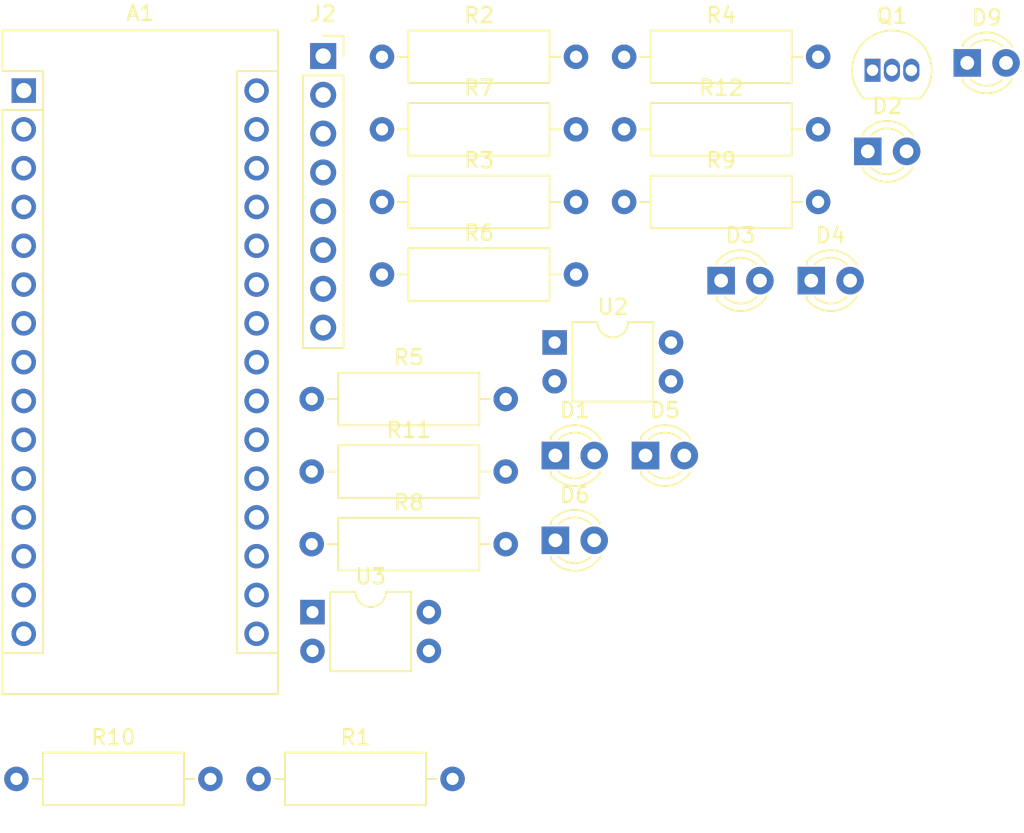
<source format=kicad_pcb>
(kicad_pcb (version 20211014) (generator pcbnew)
  (layers (0 "F.Cu" signal) (31 "B.Cu" signal) (34 "B.Paste" user) (35 "F.Paste" user) (36 "B.SilkS" user "B.Silkscreen") (37 "F.SilkS" user "F.Silkscreen") (38 "B.Mask" user) (39 "F.Mask" user) (44 "Edge.Cuts" user))
  (net 0 "")
  (net 4 "GND")
  (net 13 "/BlinkLeft")
  (net 14 "/BlinkRight")
  (net 15 "/SignalLeft")
  (net 16 "/SignalRight")
  (net 25 "Net-(A1-Pad27)")
  (net 31 "/SDA")
  (net 32 "/SCL")
  (net 34 "/LightControl")
  (net 35 "/AliveLed")
  (net 36 "/LedBlinkGnd")
  (net 37 "Net-(D1-Pad2)")
  (net 38 "Net-(D2-Pad2)")
  (net 39 "Net-(D3-Pad2)")
  (net 40 "Net-(D4-Pad2)")
  (net 41 "Net-(D5-Pad2)")
  (net 42 "Net-(D6-Pad2)")
  (net 43 "Net-(D9-Pad2)")
  (net 44 "+5V")
  (net 45 "Net-(Q1-Pad2)")
  (net 46 "Net-(R11-Pad1)")
  (net 47 "Net-(R1-Pad1)")
  (net 48 "Net-(R2-Pad1)")
  (net 49 "Net-(D7-Pad2)")
  (net 50 "-BATT")
  (footprint "Package_DIP:DIP-4_W7.62mm" (layer "F.Cu") (at 145.9 90.02)
    (fp_text reference "U3" (at 3.81 -2.33) (layer "F.SilkS"))
    (fp_text value "PC817")
    (fp_line (start 6.46 3.87) (end 6.46 -1.33) (layer "F.SilkS") (width 0.12))
    (fp_line (start 6.46 -1.33) (end 4.81 -1.33) (layer "F.SilkS") (width 0.12))
    (fp_line (start 1.16 -1.33) (end 1.16 3.87) (layer "F.SilkS") (width 0.12))
    (fp_line (start 1.16 3.87) (end 6.46 3.87) (layer "F.SilkS") (width 0.12))
    (fp_line (start 2.81 -1.33) (end 1.16 -1.33) (layer "F.SilkS") (width 0.12))
    (fp_arc (start 4.81 -1.33) (mid 3.81 -0.33) (end 2.81 -1.33) (layer "F.SilkS") (width 0.12))
    (pad "1" thru_hole rect (at 0 0) (size 1.6 1.6) (drill 0.8) (layers *.Cu *.Mask) (net 48 "Net-(R2-Pad1)"))
    (pad "2" thru_hole oval (at 0 2.54) (size 1.6 1.6) (drill 0.8) (layers *.Cu *.Mask) (net 50 "-BATT"))
    (pad "3" thru_hole oval (at 7.62 2.54) (size 1.6 1.6) (drill 0.8) (layers *.Cu *.Mask) (net 4 "GND"))
    (pad "4" thru_hole oval (at 7.62 0) (size 1.6 1.6) (drill 0.8) (layers *.Cu *.Mask) (net 15 "/SignalLeft"))
  )
  (footprint "LED_THT:LED_D3.0mm" (layer "F.Cu") (at 178.55 68.32)
    (fp_text reference "D4" (at 1.27 -2.96) (layer "F.SilkS"))
    (fp_text value "LED")
    (fp_line (start -0.29 1.08) (end -0.29 1.236) (layer "F.SilkS") (width 0.12))
    (fp_line (start -0.29 -1.236) (end -0.29 -1.08) (layer "F.SilkS") (width 0.12))
    (fp_arc (start 2.31113 1.079837) (mid 1.270117 1.5) (end 0.229039 1.08) (layer "F.SilkS") (width 0.12))
    (fp_arc (start 2.942335 1.078608) (mid 1.366487 1.987659) (end -0.29 1.235516) (layer "F.SilkS") (width 0.12))
    (fp_arc (start -0.29 -1.235516) (mid 1.366487 -1.987659) (end 2.942335 -1.078608) (layer "F.SilkS") (width 0.12))
    (fp_arc (start 0.229039 -1.08) (mid 1.270117 -1.5) (end 2.31113 -1.079837) (layer "F.SilkS") (width 0.12))
    (pad "1" thru_hole rect (at 0 0) (size 1.8 1.8) (drill 0.9) (layers *.Cu *.Mask) (net 36 "/LedBlinkGnd"))
    (pad "2" thru_hole circle (at 2.54 0) (size 1.8 1.8) (drill 0.9) (layers *.Cu *.Mask) (net 40 "Net-(D4-Pad2)"))
  )
  (footprint "LED_THT:LED_D3.0mm" (layer "F.Cu") (at 167.7 79.77)
    (fp_text reference "D5" (at 1.27 -2.96) (layer "F.SilkS"))
    (fp_text value "LED")
    (fp_line (start -0.29 -1.236) (end -0.29 -1.08) (layer "F.SilkS") (width 0.12))
    (fp_line (start -0.29 1.08) (end -0.29 1.236) (layer "F.SilkS") (width 0.12))
    (fp_arc (start -0.29 -1.235516) (mid 1.366487 -1.987659) (end 2.942335 -1.078608) (layer "F.SilkS") (width 0.12))
    (fp_arc (start 2.31113 1.079837) (mid 1.270117 1.5) (end 0.229039 1.08) (layer "F.SilkS") (width 0.12))
    (fp_arc (start 2.942335 1.078608) (mid 1.366487 1.987659) (end -0.29 1.235516) (layer "F.SilkS") (width 0.12))
    (fp_arc (start 0.229039 -1.08) (mid 1.270117 -1.5) (end 2.31113 -1.079837) (layer "F.SilkS") (width 0.12))
    (pad "1" thru_hole rect (at 0 0) (size 1.8 1.8) (drill 0.9) (layers *.Cu *.Mask) (net 36 "/LedBlinkGnd"))
    (pad "2" thru_hole circle (at 2.54 0) (size 1.8 1.8) (drill 0.9) (layers *.Cu *.Mask) (net 41 "Net-(D5-Pad2)"))
  )
  (footprint "Resistor_THT:R_Axial_DIN0309_L9.0mm_D3.2mm_P12.70mm_Horizontal" (layer "F.Cu") (at 166.3 63.17)
    (fp_text reference "R9" (at 6.35 -2.72) (layer "F.SilkS"))
    (fp_text value "1K")
    (fp_line (start 1.73 1.72) (end 10.97 1.72) (layer "F.SilkS") (width 0.12))
    (fp_line (start 1.73 -1.72) (end 1.73 1.72) (layer "F.SilkS") (width 0.12))
    (fp_line (start 1.04 0) (end 1.73 0) (layer "F.SilkS") (width 0.12))
    (fp_line (start 10.97 1.72) (end 10.97 -1.72) (layer "F.SilkS") (width 0.12))
    (fp_line (start 10.97 -1.72) (end 1.73 -1.72) (layer "F.SilkS") (width 0.12))
    (fp_line (start 11.66 0) (end 10.97 0) (layer "F.SilkS") (width 0.12))
    (pad "1" thru_hole circle (at 0 0) (size 1.6 1.6) (drill 0.8) (layers *.Cu *.Mask) (net 16 "/SignalRight"))
    (pad "2" thru_hole oval (at 12.7 0) (size 1.6 1.6) (drill 0.8) (layers *.Cu *.Mask) (net 44 "+5V"))
  )
  (footprint "Resistor_THT:R_Axial_DIN0309_L9.0mm_D3.2mm_P12.70mm_Horizontal" (layer "F.Cu") (at 150.45 63.17)
    (fp_text reference "R3" (at 6.35 -2.72) (layer "F.SilkS"))
    (fp_text value "1K")
    (fp_line (start 1.73 1.72) (end 10.97 1.72) (layer "F.SilkS") (width 0.12))
    (fp_line (start 11.66 0) (end 10.97 0) (layer "F.SilkS") (width 0.12))
    (fp_line (start 10.97 -1.72) (end 1.73 -1.72) (layer "F.SilkS") (width 0.12))
    (fp_line (start 10.97 1.72) (end 10.97 -1.72) (layer "F.SilkS") (width 0.12))
    (fp_line (start 1.73 -1.72) (end 1.73 1.72) (layer "F.SilkS") (width 0.12))
    (fp_line (start 1.04 0) (end 1.73 0) (layer "F.SilkS") (width 0.12))
    (pad "1" thru_hole circle (at 0 0) (size 1.6 1.6) (drill 0.8) (layers *.Cu *.Mask) (net 37 "Net-(D1-Pad2)"))
    (pad "2" thru_hole oval (at 12.7 0) (size 1.6 1.6) (drill 0.8) (layers *.Cu *.Mask) (net 13 "/BlinkLeft"))
  )
  (footprint "Resistor_THT:R_Axial_DIN0309_L9.0mm_D3.2mm_P12.70mm_Horizontal" (layer "F.Cu") (at 142.37 100.94)
    (fp_text reference "R1" (at 6.35 -2.72) (layer "F.SilkS"))
    (fp_text value "1K")
    (fp_line (start 1.73 -1.72) (end 1.73 1.72) (layer "F.SilkS") (width 0.12))
    (fp_line (start 11.66 0) (end 10.97 0) (layer "F.SilkS") (width 0.12))
    (fp_line (start 10.97 1.72) (end 10.97 -1.72) (layer "F.SilkS") (width 0.12))
    (fp_line (start 1.04 0) (end 1.73 0) (layer "F.SilkS") (width 0.12))
    (fp_line (start 10.97 -1.72) (end 1.73 -1.72) (layer "F.SilkS") (width 0.12))
    (fp_line (start 1.73 1.72) (end 10.97 1.72) (layer "F.SilkS") (width 0.12))
    (pad "1" thru_hole circle (at 0 0) (size 1.6 1.6) (drill 0.8) (layers *.Cu *.Mask) (net 47 "Net-(R1-Pad1)"))
    (pad "2" thru_hole oval (at 12.7 0) (size 1.6 1.6) (drill 0.8) (layers *.Cu *.Mask) (net 14 "/BlinkRight"))
  )
  (footprint "Resistor_THT:R_Axial_DIN0309_L9.0mm_D3.2mm_P12.70mm_Horizontal" (layer "F.Cu") (at 145.85 85.57)
    (fp_text reference "R8" (at 6.35 -2.72) (layer "F.SilkS"))
    (fp_text value "1K")
    (fp_line (start 1.73 -1.72) (end 1.73 1.72) (layer "F.SilkS") (width 0.12))
    (fp_line (start 1.73 1.72) (end 10.97 1.72) (layer "F.SilkS") (width 0.12))
    (fp_line (start 11.66 0) (end 10.97 0) (layer "F.SilkS") (width 0.12))
    (fp_line (start 10.97 -1.72) (end 1.73 -1.72) (layer "F.SilkS") (width 0.12))
    (fp_line (start 1.04 0) (end 1.73 0) (layer "F.SilkS") (width 0.12))
    (fp_line (start 10.97 1.72) (end 10.97 -1.72) (layer "F.SilkS") (width 0.12))
    (pad "1" thru_hole circle (at 0 0) (size 1.6 1.6) (drill 0.8) (layers *.Cu *.Mask) (net 14 "/BlinkRight"))
    (pad "2" thru_hole oval (at 12.7 0) (size 1.6 1.6) (drill 0.8) (layers *.Cu *.Mask) (net 42 "Net-(D6-Pad2)"))
  )
  (footprint "Resistor_THT:R_Axial_DIN0309_L9.0mm_D3.2mm_P12.70mm_Horizontal" (layer "F.Cu") (at 126.52 100.94)
    (fp_text reference "R10" (at 6.35 -2.72) (layer "F.SilkS"))
    (fp_text value "1K")
    (fp_line (start 10.97 1.72) (end 10.97 -1.72) (layer "F.SilkS") (width 0.12))
    (fp_line (start 1.73 1.72) (end 10.97 1.72) (layer "F.SilkS") (width 0.12))
    (fp_line (start 1.04 0) (end 1.73 0) (layer "F.SilkS") (width 0.12))
    (fp_line (start 10.97 -1.72) (end 1.73 -1.72) (layer "F.SilkS") (width 0.12))
    (fp_line (start 1.73 -1.72) (end 1.73 1.72) (layer "F.SilkS") (width 0.12))
    (fp_line (start 11.66 0) (end 10.97 0) (layer "F.SilkS") (width 0.12))
    (pad "1" thru_hole circle (at 0 0) (size 1.6 1.6) (drill 0.8) (layers *.Cu *.Mask) (net 15 "/SignalLeft"))
    (pad "2" thru_hole oval (at 12.7 0) (size 1.6 1.6) (drill 0.8) (layers *.Cu *.Mask) (net 44 "+5V"))
  )
  (footprint "Package_DIP:DIP-4_W7.62mm" (layer "F.Cu") (at 161.75 72.37)
    (fp_text reference "U2" (at 3.81 -2.33) (layer "F.SilkS"))
    (fp_text value "PC817")
    (fp_line (start 1.16 3.87) (end 6.46 3.87) (layer "F.SilkS") (width 0.12))
    (fp_line (start 6.46 3.87) (end 6.46 -1.33) (layer "F.SilkS") (width 0.12))
    (fp_line (start 2.81 -1.33) (end 1.16 -1.33) (layer "F.SilkS") (width 0.12))
    (fp_line (start 1.16 -1.33) (end 1.16 3.87) (layer "F.SilkS") (width 0.12))
    (fp_line (start 6.46 -1.33) (end 4.81 -1.33) (layer "F.SilkS") (width 0.12))
    (fp_arc (start 4.81 -1.33) (mid 3.81 -0.33) (end 2.81 -1.33) (layer "F.SilkS") (width 0.12))
    (pad "1" thru_hole rect (at 0 0) (size 1.6 1.6) (drill 0.8) (layers *.Cu *.Mask) (net 47 "Net-(R1-Pad1)"))
    (pad "2" thru_hole oval (at 0 2.54) (size 1.6 1.6) (drill 0.8) (layers *.Cu *.Mask) (net 50 "-BATT"))
    (pad "3" thru_hole oval (at 7.62 2.54) (size 1.6 1.6) (drill 0.8) (layers *.Cu *.Mask) (net 4 "GND"))
    (pad "4" thru_hole oval (at 7.62 0) (size 1.6 1.6) (drill 0.8) (layers *.Cu *.Mask) (net 16 "/SignalRight"))
  )
  (footprint "LED_THT:LED_D3.0mm" (layer "F.Cu") (at 161.8 85.32)
    (fp_text reference "D6" (at 1.27 -2.96) (layer "F.SilkS"))
    (fp_text value "LED")
    (fp_line (start -0.29 -1.236) (end -0.29 -1.08) (layer "F.SilkS") (width 0.12))
    (fp_line (start -0.29 1.08) (end -0.29 1.236) (layer "F.SilkS") (width 0.12))
    (fp_arc (start 2.31113 1.079837) (mid 1.270117 1.5) (end 0.229039 1.08) (layer "F.SilkS") (width 0.12))
    (fp_arc (start 0.229039 -1.08) (mid 1.270117 -1.5) (end 2.31113 -1.079837) (layer "F.SilkS") (width 0.12))
    (fp_arc (start 2.942335 1.078608) (mid 1.366487 1.987659) (end -0.29 1.235516) (layer "F.SilkS") (width 0.12))
    (fp_arc (start -0.29 -1.235516) (mid 1.366487 -1.987659) (end 2.942335 -1.078608) (layer "F.SilkS") (width 0.12))
    (pad "1" thru_hole rect (at 0 0) (size 1.8 1.8) (drill 0.9) (layers *.Cu *.Mask) (net 36 "/LedBlinkGnd"))
    (pad "2" thru_hole circle (at 2.54 0) (size 1.8 1.8) (drill 0.9) (layers *.Cu *.Mask) (net 42 "Net-(D6-Pad2)"))
  )
  (footprint "LED_THT:LED_D3.0mm" (layer "F.Cu") (at 188.76 54.07)
    (fp_text reference "D9" (at 1.27 -2.96) (layer "F.SilkS"))
    (fp_text value "LED")
    (fp_line (start -0.29 1.08) (end -0.29 1.236) (layer "F.SilkS") (width 0.12))
    (fp_line (start -0.29 -1.236) (end -0.29 -1.08) (layer "F.SilkS") (width 0.12))
    (fp_arc (start 0.229039 -1.08) (mid 1.270117 -1.5) (end 2.31113 -1.079837) (layer "F.SilkS") (width 0.12))
    (fp_arc (start 2.942335 1.078608) (mid 1.366487 1.987659) (end -0.29 1.235516) (layer "F.SilkS") (width 0.12))
    (fp_arc (start 2.31113 1.079837) (mid 1.270117 1.5) (end 0.229039 1.08) (layer "F.SilkS") (width 0.12))
    (fp_arc (start -0.29 -1.235516) (mid 1.366487 -1.987659) (end 2.942335 -1.078608) (layer "F.SilkS") (width 0.12))
    (pad "1" thru_hole rect (at 0 0) (size 1.8 1.8) (drill 0.9) (layers *.Cu *.Mask) (net 4 "GND"))
    (pad "2" thru_hole circle (at 2.54 0) (size 1.8 1.8) (drill 0.9) (layers *.Cu *.Mask) (net 43 "Net-(D9-Pad2)"))
  )
  (footprint "Resistor_THT:R_Axial_DIN0309_L9.0mm_D3.2mm_P12.70mm_Horizontal" (layer "F.Cu") (at 166.3 53.67)
    (fp_text reference "R4" (at 6.35 -2.72) (layer "F.SilkS"))
    (fp_text value "1K")
    (fp_line (start 10.97 1.72) (end 10.97 -1.72) (layer "F.SilkS") (width 0.12))
    (fp_line (start 10.97 -1.72) (end 1.73 -1.72) (layer "F.SilkS") (width 0.12))
    (fp_line (start 1.73 1.72) (end 10.97 1.72) (layer "F.SilkS") (width 0.12))
    (fp_line (start 1.04 0) (end 1.73 0) (layer "F.SilkS") (width 0.12))
    (fp_line (start 11.66 0) (end 10.97 0) (layer "F.SilkS") (width 0.12))
    (fp_line (start 1.73 -1.72) (end 1.73 1.72) (layer "F.SilkS") (width 0.12))
    (pad "1" thru_hole circle (at 0 0) (size 1.6 1.6) (drill 0.8) (layers *.Cu *.Mask) (net 38 "Net-(D2-Pad2)"))
    (pad "2" thru_hole oval (at 12.7 0) (size 1.6 1.6) (drill 0.8) (layers *.Cu *.Mask) (net 13 "/BlinkLeft"))
  )
  (footprint "LED_THT:LED_D3.0mm" (layer "F.Cu") (at 172.65 68.32)
    (fp_text reference "D3" (at 1.27 -2.96) (layer "F.SilkS"))
    (fp_text value "LED")
    (fp_line (start -0.29 -1.236) (end -0.29 -1.08) (layer "F.SilkS") (width 0.12))
    (fp_line (start -0.29 1.08) (end -0.29 1.236) (layer "F.SilkS") (width 0.12))
    (fp_arc (start 0.229039 -1.08) (mid 1.270117 -1.5) (end 2.31113 -1.079837) (layer "F.SilkS") (width 0.12))
    (fp_arc (start -0.29 -1.235516) (mid 1.366487 -1.987659) (end 2.942335 -1.078608) (layer "F.SilkS") (width 0.12))
    (fp_arc (start 2.31113 1.079837) (mid 1.270117 1.5) (end 0.229039 1.08) (layer "F.SilkS") (width 0.12))
    (fp_arc (start 2.942335 1.078608) (mid 1.366487 1.987659) (end -0.29 1.235516) (layer "F.SilkS") (width 0.12))
    (pad "1" thru_hole rect (at 0 0) (size 1.8 1.8) (drill 0.9) (layers *.Cu *.Mask) (net 36 "/LedBlinkGnd"))
    (pad "2" thru_hole circle (at 2.54 0) (size 1.8 1.8) (drill 0.9) (layers *.Cu *.Mask) (net 39 "Net-(D3-Pad2)"))
  )
  (footprint "Connector_PinSocket_2.54mm:PinSocket_1x08_P2.54mm_Vertical" (layer "F.Cu") (at 146.6 53.62)
    (fp_text reference "J2" (at 0 -2.77) (layer "F.SilkS"))
    (fp_text value "MPU6050")
    (fp_line (start -1.33 1.27) (end -1.33 19.11) (layer "F.SilkS") (width 0.12))
    (fp_line (start -1.33 19.11) (end 1.33 19.11) (layer "F.SilkS") (width 0.12))
    (fp_line (start 1.33 -1.33) (end 1.33 0) (layer "F.SilkS") (width 0.12))
    (fp_line (start 0 -1.33) (end 1.33 -1.33) (layer "F.SilkS") (width 0.12))
    (fp_line (start -1.33 1.27) (end 1.33 1.27) (layer "F.SilkS") (width 0.12))
    (fp_line (start 1.33 1.27) (end 1.33 19.11) (layer "F.SilkS") (width 0.12))
    (pad "1" thru_hole rect (at 0 0) (size 1.7 1.7) (drill 1) (layers *.Cu *.Mask) (net 44 "+5V"))
    (pad "2" thru_hole oval (at 0 2.54) (size 1.7 1.7) (drill 1) (layers *.Cu *.Mask) (net 4 "GND"))
    (pad "3" thru_hole oval (at 0 5.08) (size 1.7 1.7) (drill 1) (layers *.Cu *.Mask) (net 32 "/SCL"))
    (pad "4" thru_hole oval (at 0 7.62) (size 1.7 1.7) (drill 1) (layers *.Cu *.Mask) (net 31 "/SDA"))
    (pad "5" thru_hole oval (at 0 10.16) (size 1.7 1.7) (drill 1) (layers *.Cu *.Mask))
    (pad "6" thru_hole oval (at 0 12.7) (size 1.7 1.7) (drill 1) (layers *.Cu *.Mask))
    (pad "7" thru_hole oval (at 0 15.24) (size 1.7 1.7) (drill 1) (layers *.Cu *.Mask))
    (pad "8" thru_hole oval (at 0 17.78) (size 1.7 1.7) (drill 1) (layers *.Cu *.Mask))
  )
  (footprint "Module:Arduino_Nano" (layer "F.Cu") (at 127 55.88)
    (fp_text reference "A1" (at 7.62 -5.08) (layer "F.SilkS"))
    (fp_text value "Arduino_Nano_v3.x")
    (fp_line (start -1.4 1.27) (end -1.4 39.5) (layer "F.SilkS") (width 0.12))
    (fp_line (start 13.97 -1.27) (end 13.97 36.83) (layer "F.SilkS") (width 0.12))
    (fp_line (start 1.27 -1.27) (end -1.4 -1.27) (layer "F.SilkS") (width 0.12))
    (fp_line (start 1.27 36.83) (end -1.4 36.83) (layer "F.SilkS") (width 0.12))
    (fp_line (start 1.27 1.27) (end -1.4 1.27) (layer "F.SilkS") (width 0.12))
    (fp_line (start -1.4 -3.94) (end -1.4 -1.27) (layer "F.SilkS") (width 0.12))
    (fp_line (start 1.27 1.27) (end 1.27 36.83) (layer "F.SilkS") (width 0.12))
    (fp_line (start 16.64 -3.94) (end -1.4 -3.94) (layer "F.SilkS") (width 0.12))
    (fp_line (start 16.64 39.5) (end 16.64 -3.94) (layer "F.SilkS") (width 0.12))
    (fp_line (start 1.27 1.27) (end 1.27 -1.27) (layer "F.SilkS") (width 0.12))
    (fp_line (start -1.4 39.5) (end 16.64 39.5) (layer "F.SilkS") (width 0.12))
    (fp_line (start 13.97 -1.27) (end 16.64 -1.27) (layer "F.SilkS") (width 0.12))
    (fp_line (start 13.97 36.83) (end 16.64 36.83) (layer "F.SilkS") (width 0.12))
    (pad "1" thru_hole rect (at 0 0) (size 1.6 1.6) (drill 1) (layers *.Cu *.Mask))
    (pad "2" thru_hole oval (at 0 2.54) (size 1.6 1.6) (drill 1) (layers *.Cu *.Mask))
    (pad "3" thru_hole oval (at 0 5.08) (size 1.6 1.6) (drill 1) (layers *.Cu *.Mask))
    (pad "4" thru_hole oval (at 0 7.62) (size 1.6 1.6) (drill 1) (layers *.Cu *.Mask) (net 4 "GND"))
    (pad "5" thru_hole oval (at 0 10.16) (size 1.6 1.6) (drill 1) (layers *.Cu *.Mask))
    (pad "6" thru_hole oval (at 0 12.7) (size 1.6 1.6) (drill 1) (layers *.Cu *.Mask))
    (pad "7" thru_hole oval (at 0 15.24) (size 1.6 1.6) (drill 1) (layers *.Cu *.Mask))
    (pad "8" thru_hole oval (at 0 17.78) (size 1.6 1.6) (drill 1) (layers *.Cu *.Mask))
    (pad "9" thru_hole oval (at 0 20.32) (size 1.6 1.6) (drill 1) (layers *.Cu *.Mask))
    (pad "10" thru_hole oval (at 0 22.86) (size 1.6 1.6) (drill 1) (layers *.Cu *.Mask))
    (pad "11" thru_hole oval (at 0 25.4) (size 1.6 1.6) (drill 1) (layers *.Cu *.Mask))
    (pad "12" thru_hole oval (at 0 27.94) (size 1.6 1.6) (drill 1) (layers *.Cu *.Mask) (net 35 "/AliveLed"))
    (pad "13" thru_hole oval (at 0 30.48) (size 1.6 1.6) (drill 1) (layers *.Cu *.Mask) (net 16 "/SignalRight"))
    (pad "14" thru_hole oval (at 0 33.02) (size 1.6 1.6) (drill 1) (layers *.Cu *.Mask) (net 15 "/SignalLeft"))
    (pad "15" thru_hole oval (at 0 35.56) (size 1.6 1.6) (drill 1) (layers *.Cu *.Mask) (net 34 "/LightControl"))
    (pad "16" thru_hole oval (at 15.24 35.56) (size 1.6 1.6) (drill 1) (layers *.Cu *.Mask))
    (pad "17" thru_hole oval (at 15.24 33.02) (size 1.6 1.6) (drill 1) (layers *.Cu *.Mask))
    (pad "18" thru_hole oval (at 15.24 30.48) (size 1.6 1.6) (drill 1) (layers *.Cu *.Mask))
    (pad "19" thru_hole oval (at 15.24 27.94) (size 1.6 1.6) (drill 1) (layers *.Cu *.Mask))
    (pad "20" thru_hole oval (at 15.24 25.4) (size 1.6 1.6) (drill 1) (layers *.Cu *.Mask))
    (pad "21" thru_hole oval (at 15.24 22.86) (size 1.6 1.6) (drill 1) (layers *.Cu *.Mask))
    (pad "22" thru_hole oval (at 15.24 20.32) (size 1.6 1.6) (drill 1) (layers *.Cu *.Mask))
    (pad "23" thru_hole oval (at 15.24 17.78) (size 1.6 1.6) (drill 1) (layers *.Cu *.Mask) (net 31 "/SDA"))
    (pad "24" thru_hole oval (at 15.24 15.24) (size 1.6 1.6) (drill 1) (layers *.Cu *.Mask) (net 32 "/SCL"))
    (pad "25" thru_hole oval (at 15.24 12.7) (size 1.6 1.6) (drill 1) (layers *.Cu *.Mask))
    (pad "26" thru_hole oval (at 15.24 10.16) (size 1.6 1.6) (drill 1) (layers *.Cu *.Mask))
    (pad "27" thru_hole oval (at 15.24 7.62) (size 1.6 1.6) (drill 1) (layers *.Cu *.Mask) (net 25 "Net-(A1-Pad27)"))
    (pad "28" thru_hole oval (at 15.24 5.08) (size 1.6 1.6) (drill 1) (layers *.Cu *.Mask))
    (pad "29" thru_hole oval (at 15.24 2.54) (size 1.6 1.6) (drill 1) (layers *.Cu *.Mask) (net 4 "GND"))
    (pad "30" thru_hole oval (at 15.24 0) (size 1.6 1.6) (drill 1) (layers *.Cu *.Mask))
  )
  (footprint "Resistor_THT:R_Axial_DIN0309_L9.0mm_D3.2mm_P12.70mm_Horizontal" (layer "F.Cu") (at 150.45 67.92)
    (fp_text reference "R6" (at 6.35 -2.72) (layer "F.SilkS"))
    (fp_text value "1K")
    (fp_line (start 11.66 0) (end 10.97 0) (layer "F.SilkS") (width 0.12))
    (fp_line (start 10.97 -1.72) (end 1.73 -1.72) (layer "F.SilkS") (width 0.12))
    (fp_line (start 1.73 1.72) (end 10.97 1.72) (layer "F.SilkS") (width 0.12))
    (fp_line (start 1.73 -1.72) (end 1.73 1.72) (layer "F.SilkS") (width 0.12))
    (fp_line (start 1.04 0) (end 1.73 0) (layer "F.SilkS") (width 0.12))
    (fp_line (start 10.97 1.72) (end 10.97 -1.72) (layer "F.SilkS") (width 0.12))
    (pad "1" thru_hole circle (at 0 0) (size 1.6 1.6) (drill 0.8) (layers *.Cu *.Mask) (net 14 "/BlinkRight"))
    (pad "2" thru_hole oval (at 12.7 0) (size 1.6 1.6) (drill 0.8) (layers *.Cu *.Mask) (net 40 "Net-(D4-Pad2)"))
  )
  (footprint "LED_THT:LED_D3.0mm" (layer "F.Cu") (at 182.25 59.86)
    (fp_text reference "D2" (at 1.27 -2.96) (layer "F.SilkS"))
    (fp_text value "LED")
    (fp_line (start -0.29 1.08) (end -0.29 1.236) (layer "F.SilkS") (width 0.12))
    (fp_line (start -0.29 -1.236) (end -0.29 -1.08) (layer "F.SilkS") (width 0.12))
    (fp_arc (start 2.31113 1.079837) (mid 1.270117 1.5) (end 0.229039 1.08) (layer "F.SilkS") (width 0.12))
    (fp_arc (start 2.942335 1.078608) (mid 1.366487 1.987659) (end -0.29 1.235516) (layer "F.SilkS") (width 0.12))
    (fp_arc (start -0.29 -1.235516) (mid 1.366487 -1.987659) (end 2.942335 -1.078608) (layer "F.SilkS") (width 0.12))
    (fp_arc (start 0.229039 -1.08) (mid 1.270117 -1.5) (end 2.31113 -1.079837) (layer "F.SilkS") (width 0.12))
    (pad "1" thru_hole rect (at 0 0) (size 1.8 1.8) (drill 0.9) (layers *.Cu *.Mask) (net 36 "/LedBlinkGnd"))
    (pad "2" thru_hole circle (at 2.54 0) (size 1.8 1.8) (drill 0.9) (layers *.Cu *.Mask) (net 38 "Net-(D2-Pad2)"))
  )
  (footprint "Resistor_THT:R_Axial_DIN0309_L9.0mm_D3.2mm_P12.70mm_Horizontal" (layer "F.Cu") (at 145.85 76.07)
    (fp_text reference "R5" (at 6.35 -2.72) (layer "F.SilkS"))
    (fp_text value "1K")
    (fp_line (start 11.66 0) (end 10.97 0) (layer "F.SilkS") (width 0.12))
    (fp_line (start 1.73 1.72) (end 10.97 1.72) (layer "F.SilkS") (width 0.12))
    (fp_line (start 10.97 1.72) (end 10.97 -1.72) (layer "F.SilkS") (width 0.12))
    (fp_line (start 1.73 -1.72) (end 1.73 1.72) (layer "F.SilkS") (width 0.12))
    (fp_line (start 1.04 0) (end 1.73 0) (layer "F.SilkS") (width 0.12))
    (fp_line (start 10.97 -1.72) (end 1.73 -1.72) (layer "F.SilkS") (width 0.12))
    (pad "1" thru_hole circle (at 0 0) (size 1.6 1.6) (drill 0.8) (layers *.Cu *.Mask) (net 39 "Net-(D3-Pad2)"))
    (pad "2" thru_hole oval (at 12.7 0) (size 1.6 1.6) (drill 0.8) (layers *.Cu *.Mask) (net 13 "/BlinkLeft"))
  )
  (footprint "Resistor_THT:R_Axial_DIN0309_L9.0mm_D3.2mm_P12.70mm_Horizontal" (layer "F.Cu") (at 150.45 53.67)
    (fp_text reference "R2" (at 6.35 -2.72) (layer "F.SilkS"))
    (fp_text value "1K")
    (fp_line (start 1.04 0) (end 1.73 0) (layer "F.SilkS") (width 0.12))
    (fp_line (start 10.97 -1.72) (end 1.73 -1.72) (layer "F.SilkS") (width 0.12))
    (fp_line (start 1.73 1.72) (end 10.97 1.72) (layer "F.SilkS") (width 0.12))
    (fp_line (start 11.66 0) (end 10.97 0) (layer "F.SilkS") (width 0.12))
    (fp_line (start 1.73 -1.72) (end 1.73 1.72) (layer "F.SilkS") (width 0.12))
    (fp_line (start 10.97 1.72) (end 10.97 -1.72) (layer "F.SilkS") (width 0.12))
    (pad "1" thru_hole circle (at 0 0) (size 1.6 1.6) (drill 0.8) (layers *.Cu *.Mask) (net 48 "Net-(R2-Pad1)"))
    (pad "2" thru_hole oval (at 12.7 0) (size 1.6 1.6) (drill 0.8) (layers *.Cu *.Mask) (net 13 "/BlinkLeft"))
  )
  (footprint "Resistor_THT:R_Axial_DIN0309_L9.0mm_D3.2mm_P12.70mm_Horizontal" (layer "F.Cu") (at 150.45 58.42)
    (fp_text reference "R7" (at 6.35 -2.72) (layer "F.SilkS"))
    (fp_text value "1K")
    (fp_line (start 10.97 1.72) (end 10.97 -1.72) (layer "F.SilkS") (width 0.12))
    (fp_line (start 1.04 0) (end 1.73 0) (layer "F.SilkS") (width 0.12))
    (fp_line (start 1.73 1.72) (end 10.97 1.72) (layer "F.SilkS") (width 0.12))
    (fp_line (start 1.73 -1.72) (end 1.73 1.72) (layer "F.SilkS") (width 0.12))
    (fp_line (start 11.66 0) (end 10.97 0) (layer "F.SilkS") (width 0.12))
    (fp_line (start 10.97 -1.72) (end 1.73 -1.72) (layer "F.SilkS") (width 0.12))
    (pad "1" thru_hole circle (at 0 0) (size 1.6 1.6) (drill 0.8) (layers *.Cu *.Mask) (net 14 "/BlinkRight"))
    (pad "2" thru_hole oval (at 12.7 0) (size 1.6 1.6) (drill 0.8) (layers *.Cu *.Mask) (net 41 "Net-(D5-Pad2)"))
  )
  (footprint "Package_TO_SOT_THT:TO-92_Inline" (layer "F.Cu") (at 182.56 54.55)
    (fp_text reference "Q1" (at 1.27 -3.56) (layer "F.SilkS"))
    (fp_text value "2SC1815")
    (fp_line (start -0.53 1.85) (end 3.07 1.85) (layer "F.SilkS") (width 0.12))
    (fp_arc (start 1.27 -2.6) (mid 3.672087 -0.994977) (end 3.108478 1.838478) (layer "F.SilkS") (width 0.12))
    (fp_arc (start -0.568478 1.838478) (mid -1.132087 -0.994977) (end 1.27 -2.6) (layer "F.SilkS") (width 0.12))
    (pad "1" thru_hole rect (at 0 0) (size 1.05 1.5) (drill 0.75) (layers *.Cu *.Mask) (net 4 "GND"))
    (pad "2" thru_hole oval (at 1.27 0) (size 1.05 1.5) (drill 0.75) (layers *.Cu *.Mask) (net 45 "Net-(Q1-Pad2)"))
    (pad "3" thru_hole oval (at 2.54 0) (size 1.05 1.5) (drill 0.75) (layers *.Cu *.Mask) (net 46 "Net-(R11-Pad1)"))
  )
  (footprint "Resistor_THT:R_Axial_DIN0309_L9.0mm_D3.2mm_P12.70mm_Horizontal" (layer "F.Cu") (at 145.85 80.82)
    (fp_text reference "R11" (at 6.35 -2.72) (layer "F.SilkS"))
    (fp_text value "10K")
    (fp_line (start 10.97 -1.72) (end 1.73 -1.72) (layer "F.SilkS") (width 0.12))
    (fp_line (start 10.97 1.72) (end 10.97 -1.72) (layer "F.SilkS") (width 0.12))
    (fp_line (start 11.66 0) (end 10.97 0) (layer "F.SilkS") (width 0.12))
    (fp_line (start 1.04 0) (end 1.73 0) (layer "F.SilkS") (width 0.12))
    (fp_line (start 1.73 1.72) (end 10.97 1.72) (layer "F.SilkS") (width 0.12))
    (fp_line (start 1.73 -1.72) (end 1.73 1.72) (layer "F.SilkS") (width 0.12))
    (pad "1" thru_hole circle (at 0 0) (size 1.6 1.6) (drill 0.8) (layers *.Cu *.Mask) (net 46 "Net-(R11-Pad1)"))
    (pad "2" thru_hole oval (at 12.7 0) (size 1.6 1.6) (drill 0.8) (layers *.Cu *.Mask) (net 49 "Net-(D7-Pad2)"))
  )
  (footprint "LED_THT:LED_D3.0mm" (layer "F.Cu") (at 161.8 79.77)
    (fp_text reference "D1" (at 1.27 -2.96) (layer "F.SilkS"))
    (fp_text value "LED")
    (fp_line (start -0.29 1.08) (end -0.29 1.236) (layer "F.SilkS") (width 0.12))
    (fp_line (start -0.29 -1.236) (end -0.29 -1.08) (layer "F.SilkS") (width 0.12))
    (fp_arc (start -0.29 -1.235516) (mid 1.366487 -1.987659) (end 2.942335 -1.078608) (layer "F.SilkS") (width 0.12))
    (fp_arc (start 2.942335 1.078608) (mid 1.366487 1.987659) (end -0.29 1.235516) (layer "F.SilkS") (width 0.12))
    (fp_arc (start 2.31113 1.079837) (mid 1.270117 1.5) (end 0.229039 1.08) (layer "F.SilkS") (width 0.12))
    (fp_arc (start 0.229039 -1.08) (mid 1.270117 -1.5) (end 2.31113 -1.079837) (layer "F.SilkS") (width 0.12))
    (pad "1" thru_hole rect (at 0 0) (size 1.8 1.8) (drill 0.9) (layers *.Cu *.Mask) (net 36 "/LedBlinkGnd"))
    (pad "2" thru_hole circle (at 2.54 0) (size 1.8 1.8) (drill 0.9) (layers *.Cu *.Mask) (net 37 "Net-(D1-Pad2)"))
  )
  (footprint "Resistor_THT:R_Axial_DIN0309_L9.0mm_D3.2mm_P12.70mm_Horizontal" (layer "F.Cu") (at 166.3 58.42)
    (fp_text reference "R12" (at 6.35 -2.72) (layer "F.SilkS"))
    (fp_text value "220")
    (fp_line (start 1.73 1.72) (end 10.97 1.72) (layer "F.SilkS") (width 0.12))
    (fp_line (start 1.04 0) (end 1.73 0) (layer "F.SilkS") (width 0.12))
    (fp_line (start 11.66 0) (end 10.97 0) (layer "F.SilkS") (width 0.12))
    (fp_line (start 1.73 -1.72) (end 1.73 1.72) (layer "F.SilkS") (width 0.12))
    (fp_line (start 10.97 -1.72) (end 1.73 -1.72) (layer "F.SilkS") (width 0.12))
    (fp_line (start 10.97 1.72) (end 10.97 -1.72) (layer "F.SilkS") (width 0.12))
    (pad "1" thru_hole circle (at 0 0) (size 1.6 1.6) (drill 0.8) (layers *.Cu *.Mask) (net 43 "Net-(D9-Pad2)"))
    (pad "2" thru_hole oval (at 12.7 0) (size 1.6 1.6) (drill 0.8) (layers *.Cu *.Mask) (net 35 "/AliveLed"))
  )
)
</source>
